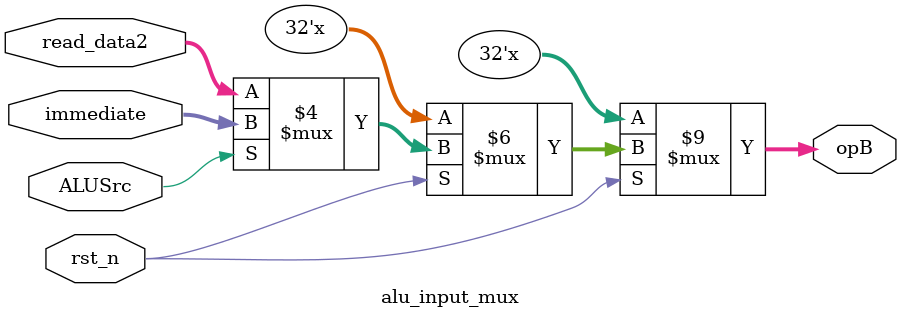
<source format=v>
`timescale 1ns / 1ps

module alu_input_mux(
    input wire rst_n,
    input wire [31:0] read_data2,
    input wire [31:0] immediate,
    input wire ALUSrc,
    output reg [31:0] opB
);


always @(*) begin
    if (rst_n) begin
        if (ALUSrc) begin
            opB = immediate;
        end 
        else begin
            opB = read_data2; 
        end
    end
end

endmodule

</source>
